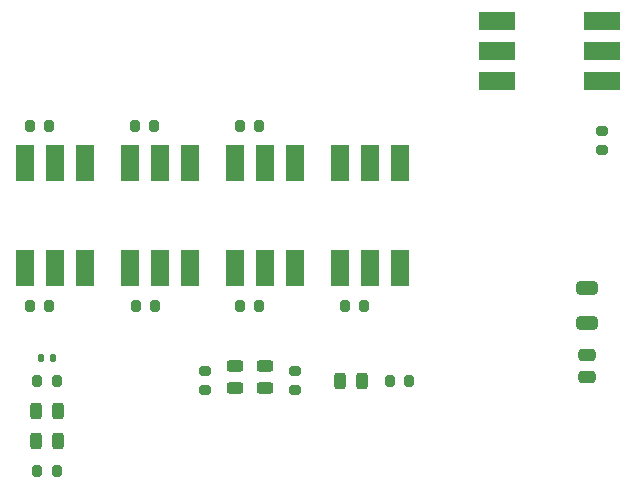
<source format=gbr>
%TF.GenerationSoftware,KiCad,Pcbnew,(7.0.0-0)*%
%TF.CreationDate,2023-05-22T11:06:44+02:00*%
%TF.ProjectId,garage-door-driver,67617261-6765-42d6-946f-6f722d647269,rev?*%
%TF.SameCoordinates,Original*%
%TF.FileFunction,Paste,Top*%
%TF.FilePolarity,Positive*%
%FSLAX46Y46*%
G04 Gerber Fmt 4.6, Leading zero omitted, Abs format (unit mm)*
G04 Created by KiCad (PCBNEW (7.0.0-0)) date 2023-05-22 11:06:44*
%MOMM*%
%LPD*%
G01*
G04 APERTURE LIST*
G04 Aperture macros list*
%AMRoundRect*
0 Rectangle with rounded corners*
0 $1 Rounding radius*
0 $2 $3 $4 $5 $6 $7 $8 $9 X,Y pos of 4 corners*
0 Add a 4 corners polygon primitive as box body*
4,1,4,$2,$3,$4,$5,$6,$7,$8,$9,$2,$3,0*
0 Add four circle primitives for the rounded corners*
1,1,$1+$1,$2,$3*
1,1,$1+$1,$4,$5*
1,1,$1+$1,$6,$7*
1,1,$1+$1,$8,$9*
0 Add four rect primitives between the rounded corners*
20,1,$1+$1,$2,$3,$4,$5,0*
20,1,$1+$1,$4,$5,$6,$7,0*
20,1,$1+$1,$6,$7,$8,$9,0*
20,1,$1+$1,$8,$9,$2,$3,0*%
G04 Aperture macros list end*
%ADD10RoundRect,0.200000X0.200000X0.275000X-0.200000X0.275000X-0.200000X-0.275000X0.200000X-0.275000X0*%
%ADD11RoundRect,0.200000X0.275000X-0.200000X0.275000X0.200000X-0.275000X0.200000X-0.275000X-0.200000X0*%
%ADD12RoundRect,0.250000X-0.650000X0.325000X-0.650000X-0.325000X0.650000X-0.325000X0.650000X0.325000X0*%
%ADD13R,1.600000X3.100000*%
%ADD14RoundRect,0.250000X0.475000X-0.250000X0.475000X0.250000X-0.475000X0.250000X-0.475000X-0.250000X0*%
%ADD15RoundRect,0.135000X0.135000X0.185000X-0.135000X0.185000X-0.135000X-0.185000X0.135000X-0.185000X0*%
%ADD16RoundRect,0.243750X0.243750X0.456250X-0.243750X0.456250X-0.243750X-0.456250X0.243750X-0.456250X0*%
%ADD17R,3.100000X1.600000*%
%ADD18RoundRect,0.243750X-0.456250X0.243750X-0.456250X-0.243750X0.456250X-0.243750X0.456250X0.243750X0*%
%ADD19RoundRect,0.200000X-0.200000X-0.275000X0.200000X-0.275000X0.200000X0.275000X-0.200000X0.275000X0*%
G04 APERTURE END LIST*
D10*
%TO.C,R11*%
X179895000Y-90170000D03*
X178245000Y-90170000D03*
%TD*%
D11*
%TO.C,R6*%
X173990000Y-97345000D03*
X173990000Y-95695000D03*
%TD*%
D12*
%TO.C,C1*%
X198755000Y-88695000D03*
X198755000Y-91645000D03*
%TD*%
D13*
%TO.C,U3*%
X151129999Y-86994999D03*
X153669999Y-86994999D03*
X156209999Y-86994999D03*
X156209999Y-78104999D03*
X153669999Y-78104999D03*
X151129999Y-78104999D03*
%TD*%
D14*
%TO.C,C2*%
X198755000Y-96200000D03*
X198755000Y-94300000D03*
%TD*%
D13*
%TO.C,U5*%
X160019999Y-86994999D03*
X162559999Y-86994999D03*
X165099999Y-86994999D03*
X165099999Y-78104999D03*
X162559999Y-78104999D03*
X160019999Y-78104999D03*
%TD*%
D15*
%TO.C,R1*%
X153545000Y-94615000D03*
X152525000Y-94615000D03*
%TD*%
D16*
%TO.C,D2*%
X153972500Y-101600000D03*
X152097500Y-101600000D03*
%TD*%
D10*
%TO.C,R14*%
X171005000Y-90170000D03*
X169355000Y-90170000D03*
%TD*%
D11*
%TO.C,R7*%
X200025000Y-77025000D03*
X200025000Y-75375000D03*
%TD*%
D10*
%TO.C,R12*%
X183705000Y-96520000D03*
X182055000Y-96520000D03*
%TD*%
%TO.C,R10*%
X162203000Y-90170000D03*
X160553000Y-90170000D03*
%TD*%
D16*
%TO.C,D5*%
X179705000Y-96520000D03*
X177830000Y-96520000D03*
%TD*%
D17*
%TO.C,U4*%
X200024999Y-71119999D03*
X200024999Y-68579999D03*
X200024999Y-66039999D03*
X191134999Y-66039999D03*
X191134999Y-68579999D03*
X191134999Y-71119999D03*
%TD*%
D18*
%TO.C,D1*%
X168910000Y-95250000D03*
X168910000Y-97125000D03*
%TD*%
D19*
%TO.C,R4*%
X152210000Y-104140000D03*
X153860000Y-104140000D03*
%TD*%
D10*
%TO.C,R13*%
X171005000Y-74930000D03*
X169355000Y-74930000D03*
%TD*%
D16*
%TO.C,D4*%
X153972500Y-99060000D03*
X152097500Y-99060000D03*
%TD*%
D10*
%TO.C,R3*%
X153225000Y-74930000D03*
X151575000Y-74930000D03*
%TD*%
D18*
%TO.C,D3*%
X171450000Y-95250000D03*
X171450000Y-97125000D03*
%TD*%
D11*
%TO.C,R2*%
X166370000Y-97345000D03*
X166370000Y-95695000D03*
%TD*%
D19*
%TO.C,R9*%
X152210000Y-96520000D03*
X153860000Y-96520000D03*
%TD*%
D13*
%TO.C,U6*%
X177799999Y-86994999D03*
X180339999Y-86994999D03*
X182879999Y-86994999D03*
X182879999Y-78104999D03*
X180339999Y-78104999D03*
X177799999Y-78104999D03*
%TD*%
D10*
%TO.C,R8*%
X162115000Y-74930000D03*
X160465000Y-74930000D03*
%TD*%
D13*
%TO.C,U7*%
X168909999Y-86994999D03*
X171449999Y-86994999D03*
X173989999Y-86994999D03*
X173989999Y-78104999D03*
X171449999Y-78104999D03*
X168909999Y-78104999D03*
%TD*%
D10*
%TO.C,R5*%
X153225000Y-90170000D03*
X151575000Y-90170000D03*
%TD*%
M02*

</source>
